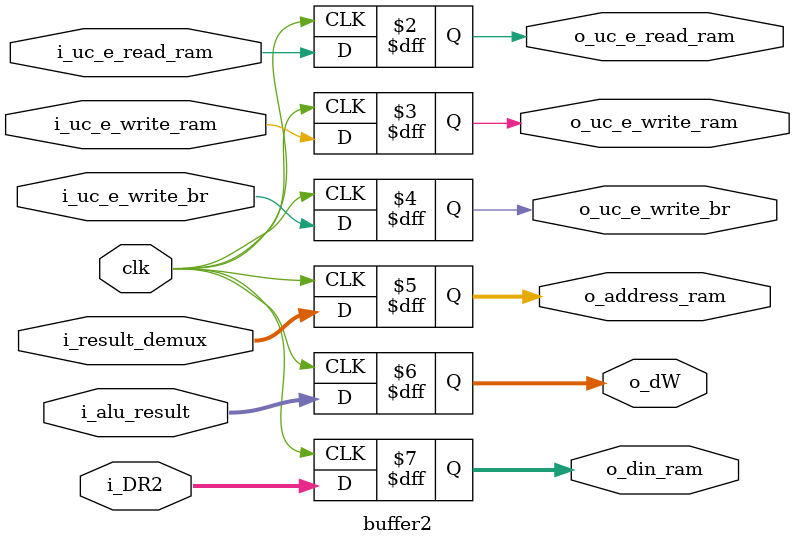
<source format=v>

`timescale 1ns / 1ns

module buffer2
(
	input i_uc_e_read_ram, 			 
	input i_uc_e_write_ram,
	input i_uc_e_write_br,
	input [31:0] i_result_demux,
	//input [4:0]  i_wA,
	input [31:0] i_alu_result, 
	input [31:0] i_DR2,        
	input clk,
	
	output reg o_uc_e_read_ram, 
	output reg o_uc_e_write_ram,
	output reg o_uc_e_write_br,
	output reg [31:0] o_address_ram,
	//output reg [4:0]  o_wA,
	output reg [31:0] o_dW, 
	output reg [31:0] o_din_ram
);


always @ (posedge clk) begin
	
	//Envio de señales de habilitacion hacía la memoria RAM
	o_uc_e_read_ram <= i_uc_e_read_ram;
	o_uc_e_write_ram <= i_uc_e_write_ram;
	
	//Envio de señales de habilitacion hacia la escritura del BR
	o_uc_e_write_br <= i_uc_e_write_br;	
	
	//La salida del demultiplexor al ser 1 se registra como la direccion en la RAM
	o_address_ram <= i_result_demux;
	
	//No sé porq se manda a wA pero aqui esta lol
	//o_wA <= i_wA;
	
	//El resultado de la ALU se envia como el dato de entrada hacia la escritura de datos en el BR
	o_dW <= i_alu_result;
	
	//La salida del resultado del dato DR2 proveniente del buffer 1 se almacena como el dato de entrada hacia la RAM
	o_din_ram <= i_DR2;

	
	end
	
endmodule


</source>
